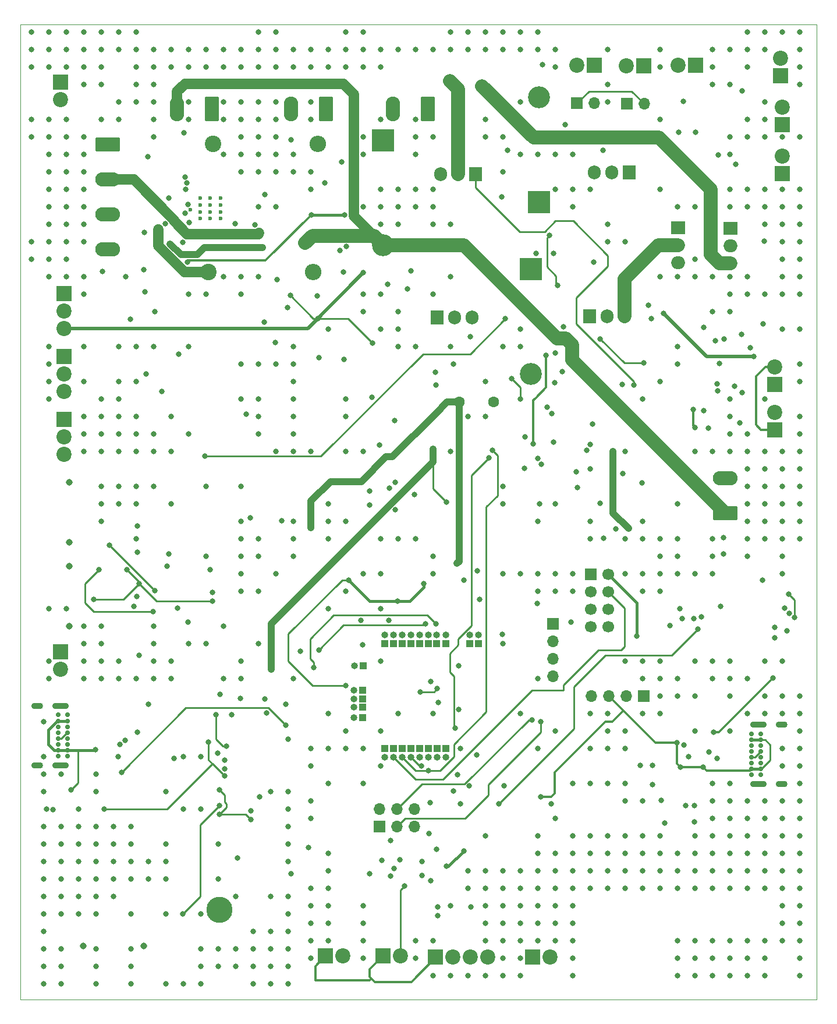
<source format=gbr>
%TF.GenerationSoftware,KiCad,Pcbnew,8.0.1*%
%TF.CreationDate,2024-08-10T17:13:53+02:00*%
%TF.ProjectId,Tracker,54726163-6b65-4722-9e6b-696361645f70,rev?*%
%TF.SameCoordinates,PX5aa5910PY998aa40*%
%TF.FileFunction,Copper,L3,Inr*%
%TF.FilePolarity,Positive*%
%FSLAX46Y46*%
G04 Gerber Fmt 4.6, Leading zero omitted, Abs format (unit mm)*
G04 Created by KiCad (PCBNEW 8.0.1) date 2024-08-10 17:13:53*
%MOMM*%
%LPD*%
G01*
G04 APERTURE LIST*
G04 Aperture macros list*
%AMRoundRect*
0 Rectangle with rounded corners*
0 $1 Rounding radius*
0 $2 $3 $4 $5 $6 $7 $8 $9 X,Y pos of 4 corners*
0 Add a 4 corners polygon primitive as box body*
4,1,4,$2,$3,$4,$5,$6,$7,$8,$9,$2,$3,0*
0 Add four circle primitives for the rounded corners*
1,1,$1+$1,$2,$3*
1,1,$1+$1,$4,$5*
1,1,$1+$1,$6,$7*
1,1,$1+$1,$8,$9*
0 Add four rect primitives between the rounded corners*
20,1,$1+$1,$2,$3,$4,$5,0*
20,1,$1+$1,$4,$5,$6,$7,0*
20,1,$1+$1,$6,$7,$8,$9,0*
20,1,$1+$1,$8,$9,$2,$3,0*%
G04 Aperture macros list end*
%TA.AperFunction,ComponentPad*%
%ADD10R,2.200000X2.200000*%
%TD*%
%TA.AperFunction,ComponentPad*%
%ADD11C,2.200000*%
%TD*%
%TA.AperFunction,ComponentPad*%
%ADD12C,0.970000*%
%TD*%
%TA.AperFunction,ComponentPad*%
%ADD13R,1.000000X1.000000*%
%TD*%
%TA.AperFunction,ComponentPad*%
%ADD14O,1.000000X1.000000*%
%TD*%
%TA.AperFunction,ComponentPad*%
%ADD15RoundRect,0.249999X0.790001X1.550001X-0.790001X1.550001X-0.790001X-1.550001X0.790001X-1.550001X0*%
%TD*%
%TA.AperFunction,ComponentPad*%
%ADD16O,2.080000X3.600000*%
%TD*%
%TA.AperFunction,ComponentPad*%
%ADD17R,1.700000X1.700000*%
%TD*%
%TA.AperFunction,ComponentPad*%
%ADD18O,1.700000X1.700000*%
%TD*%
%TA.AperFunction,ComponentPad*%
%ADD19RoundRect,0.249999X1.550001X-0.790001X1.550001X0.790001X-1.550001X0.790001X-1.550001X-0.790001X0*%
%TD*%
%TA.AperFunction,ComponentPad*%
%ADD20O,3.600000X2.080000*%
%TD*%
%TA.AperFunction,ComponentPad*%
%ADD21R,3.200000X3.200000*%
%TD*%
%TA.AperFunction,ComponentPad*%
%ADD22O,3.200000X3.200000*%
%TD*%
%TA.AperFunction,ComponentPad*%
%ADD23C,0.600000*%
%TD*%
%TA.AperFunction,ComponentPad*%
%ADD24C,1.700000*%
%TD*%
%TA.AperFunction,ComponentPad*%
%ADD25C,1.600000*%
%TD*%
%TA.AperFunction,ComponentPad*%
%ADD26R,1.905000X2.000000*%
%TD*%
%TA.AperFunction,ComponentPad*%
%ADD27O,1.905000X2.000000*%
%TD*%
%TA.AperFunction,ComponentPad*%
%ADD28C,2.400000*%
%TD*%
%TA.AperFunction,ComponentPad*%
%ADD29O,2.400000X2.400000*%
%TD*%
%TA.AperFunction,ComponentPad*%
%ADD30R,2.000000X1.905000*%
%TD*%
%TA.AperFunction,ComponentPad*%
%ADD31O,2.000000X1.905000*%
%TD*%
%TA.AperFunction,ComponentPad*%
%ADD32C,0.700000*%
%TD*%
%TA.AperFunction,ComponentPad*%
%ADD33O,2.400000X0.900000*%
%TD*%
%TA.AperFunction,ComponentPad*%
%ADD34O,1.700000X0.900000*%
%TD*%
%TA.AperFunction,ComponentPad*%
%ADD35RoundRect,0.249999X-1.550001X0.790001X-1.550001X-0.790001X1.550001X-0.790001X1.550001X0.790001X0*%
%TD*%
%TA.AperFunction,ComponentPad*%
%ADD36C,3.800000*%
%TD*%
%TA.AperFunction,ViaPad*%
%ADD37C,0.800000*%
%TD*%
%TA.AperFunction,ViaPad*%
%ADD38C,0.600000*%
%TD*%
%TA.AperFunction,Conductor*%
%ADD39C,0.300000*%
%TD*%
%TA.AperFunction,Conductor*%
%ADD40C,0.250000*%
%TD*%
%TA.AperFunction,Conductor*%
%ADD41C,0.400000*%
%TD*%
%TA.AperFunction,Conductor*%
%ADD42C,0.330000*%
%TD*%
%TA.AperFunction,Conductor*%
%ADD43C,1.000000*%
%TD*%
%TA.AperFunction,Conductor*%
%ADD44C,2.000000*%
%TD*%
%TA.AperFunction,Conductor*%
%ADD45C,0.500000*%
%TD*%
%TA.AperFunction,Conductor*%
%ADD46C,1.500000*%
%TD*%
%TA.AperFunction,Profile*%
%ADD47C,0.100000*%
%TD*%
G04 APERTURE END LIST*
D10*
%TO.N,+VCC_Motor*%
%TO.C,J27*%
X98225000Y135725000D03*
D11*
%TO.N,Net-(J27-Pin_2)*%
X95685000Y135725000D03*
%TD*%
D12*
%TO.N,GND_Security*%
%TO.C,J20*%
X7090000Y75150000D03*
X7090000Y66390000D03*
%TD*%
D13*
%TO.N,Net-(JP10-A)*%
%TO.C,JP10*%
X55520000Y51695000D03*
D14*
%TO.N,/MCU/PB2-D10~*%
X55520000Y52965000D03*
%TD*%
D13*
%TO.N,Net-(JP23-A)*%
%TO.C,JP23*%
X61870000Y36455000D03*
D14*
%TO.N,/WIND_INTERRUPT*%
X61870000Y35185000D03*
%TD*%
D13*
%TO.N,Net-(JP19-A)*%
%TO.C,JP19*%
X56790000Y36455000D03*
D14*
%TO.N,/Anemometer/SCL*%
X56790000Y35185000D03*
%TD*%
D15*
%TO.N,GND*%
%TO.C,J26*%
X27865000Y129422500D03*
D16*
%TO.N,+24V*%
X22785000Y129422500D03*
%TD*%
D17*
%TO.N,/MCU/PD3-D3-(INT1)~*%
%TO.C,J4*%
X77416000Y54574000D03*
D18*
%TO.N,/MCU/PD5-D5~*%
X77416000Y52034000D03*
%TO.N,/MCU/PD4-D4*%
X77416000Y49494000D03*
%TO.N,GND*%
X77416000Y46954000D03*
%TD*%
D19*
%TO.N,+24V*%
%TO.C,J6*%
X102522500Y70660000D03*
D20*
%TO.N,GND*%
X102522500Y75740000D03*
%TD*%
D10*
%TO.N,+5V*%
%TO.C,J21*%
X44360000Y6275000D03*
D11*
%TO.N,/MCU/PC1-A1*%
X46900000Y6275000D03*
%TD*%
D13*
%TO.N,Net-(JP9-A)*%
%TO.C,JP9*%
X56790000Y51695000D03*
D14*
%TO.N,/MCU/PB1-D9~*%
X56790000Y52965000D03*
%TD*%
D21*
%TO.N,Net-(D6-K)*%
%TO.C,D6*%
X52760000Y124857500D03*
D22*
%TO.N,+24V*%
X52760000Y109617500D03*
%TD*%
D13*
%TO.N,Net-(JP28-A)*%
%TO.C,JP28*%
X61895400Y51695000D03*
D14*
%TO.N,/MCU/PD5-D5~*%
X61895400Y52965000D03*
%TD*%
D23*
%TO.N,N/C*%
%TO.C,IC1*%
X26111500Y116442000D03*
X26111500Y115442000D03*
X26111500Y114442000D03*
X26111500Y113442000D03*
X27611500Y116442000D03*
X27611500Y115442000D03*
X27611500Y114442000D03*
X27611500Y113442000D03*
X29111500Y116442000D03*
X29111500Y115442000D03*
X29111500Y114442000D03*
X29111500Y113442000D03*
%TD*%
D17*
%TO.N,GND*%
%TO.C,U14*%
X82960000Y61740000D03*
D24*
%TO.N,+3.3V*%
X85500000Y61740000D03*
%TO.N,/MCU/A6*%
X82960000Y59200000D03*
%TO.N,/MCU/PC3-A3*%
X85500000Y59200000D03*
%TO.N,/MCU/CLK*%
X82960000Y56660000D03*
%TO.N,/MCU/MOSI*%
X85500000Y56660000D03*
%TO.N,/MCU/MISO*%
X82960000Y54120000D03*
%TO.N,unconnected-(U14-IRQ-Pad8)*%
X85500000Y54120000D03*
%TD*%
D13*
%TO.N,Net-(JP18-A)*%
%TO.C,JP18*%
X55520000Y36455000D03*
D14*
%TO.N,/Anemometer/SDA*%
X55520000Y35185000D03*
%TD*%
D25*
%TO.N,+VCap*%
%TO.C,C19*%
X63775000Y86800000D03*
%TO.N,GND*%
X68775000Y86800000D03*
%TD*%
D26*
%TO.N,Net-(Q3-D)*%
%TO.C,Q5*%
X66165000Y119932500D03*
D27*
%TO.N,Net-(D11-K)*%
X63625000Y119932500D03*
%TO.N,GND*%
X61085000Y119932500D03*
%TD*%
D10*
%TO.N,+5V_Security*%
%TO.C,J36*%
X109674000Y82768000D03*
D11*
%TO.N,Net-(D32-A)*%
X109674000Y85308000D03*
%TD*%
D13*
%TO.N,Net-(JP1-A)*%
%TO.C,JP1*%
X49730000Y44922000D03*
D14*
%TO.N,/MCU/A6*%
X48460000Y44922000D03*
%TD*%
D13*
%TO.N,Net-(JP27-A)*%
%TO.C,JP27*%
X60498400Y51695000D03*
D14*
%TO.N,/GNSS_RX*%
X60498400Y52965000D03*
%TD*%
D28*
%TO.N,/Stepper/SENSE_A*%
%TO.C,R80*%
X27975000Y124275000D03*
D29*
%TO.N,GND*%
X43215000Y124275000D03*
%TD*%
D17*
%TO.N,Net-(J23-Pin_1)*%
%TO.C,JP8*%
X80885000Y130200000D03*
D18*
%TO.N,/Motors/ENABLED*%
X83425000Y130200000D03*
%TD*%
D13*
%TO.N,Net-(JP3-A)*%
%TO.C,JP3*%
X49730000Y43652000D03*
D14*
%TO.N,/MCU/A7*%
X48460000Y43652000D03*
%TD*%
D10*
%TO.N,Net-(J35-Pin_1)*%
%TO.C,J35*%
X109674000Y89372000D03*
D11*
%TO.N,+5V_Security*%
X109674000Y91912000D03*
%TD*%
D13*
%TO.N,Net-(JP14-A)*%
%TO.C,JP14*%
X49728800Y42424000D03*
D14*
%TO.N,/MCU/PC0-A0*%
X48458800Y42424000D03*
%TD*%
D10*
%TO.N,Net-(J23-Pin_1)*%
%TO.C,J23*%
X90675000Y135675000D03*
D11*
%TO.N,Net-(J23-Pin_2)*%
X88135000Y135675000D03*
%TD*%
D12*
%TO.N,GND_Security*%
%TO.C,J2*%
X7130000Y62950000D03*
X7130000Y54190000D03*
%TD*%
D13*
%TO.N,Net-(JP22-A)*%
%TO.C,JP22*%
X60600000Y36455000D03*
D14*
%TO.N,/MCU/RX*%
X60600000Y35185000D03*
%TD*%
D13*
%TO.N,Net-(JP20-A)*%
%TO.C,JP20*%
X58060000Y36455000D03*
D14*
%TO.N,/DTR*%
X58060000Y35185000D03*
%TD*%
D13*
%TO.N,Net-(JP2-A)*%
%TO.C,JP2*%
X58060000Y51695000D03*
D14*
%TO.N,/MCU/PB0*%
X58060000Y52965000D03*
%TD*%
D17*
%TO.N,/Anemometer/SDA*%
%TO.C,J8*%
X52210000Y25110000D03*
D18*
X52210000Y27650000D03*
%TO.N,/OLED/B*%
X54750000Y25110000D03*
%TO.N,/OLED/A*%
X54750000Y27650000D03*
%TO.N,/Anemometer/SCL*%
X57290000Y25110000D03*
X57290000Y27650000D03*
%TD*%
D13*
%TO.N,Net-(JP24-A)*%
%TO.C,JP24*%
X66620000Y51665000D03*
D14*
%TO.N,/MCU/PD3-D3-(INT1)~*%
X66620000Y52935000D03*
%TD*%
D26*
%TO.N,Net-(Q6-G)*%
%TO.C,Q6*%
X82800000Y99220000D03*
D27*
%TO.N,Net-(D14-A)*%
X85340000Y99220000D03*
%TO.N,+VCC_Motor*%
X87880000Y99220000D03*
%TD*%
D10*
%TO.N,+5V*%
%TO.C,J19*%
X52700000Y6315000D03*
D11*
%TO.N,/MCU/PC2-A2*%
X55240000Y6315000D03*
%TD*%
D13*
%TO.N,Net-(JP11-A)*%
%TO.C,JP11*%
X54250000Y51695000D03*
D14*
%TO.N,/MCU/MOSI*%
X54250000Y52965000D03*
%TD*%
D10*
%TO.N,+5V*%
%TO.C,J18*%
X60340000Y6135000D03*
D11*
%TO.N,/Anemometer/SDA*%
X62880000Y6135000D03*
%TO.N,/Anemometer/SCL*%
X65420000Y6135000D03*
%TO.N,GND*%
X67960000Y6135000D03*
%TD*%
D10*
%TO.N,/Motors/ENABLED*%
%TO.C,J25*%
X83470000Y135720000D03*
D11*
%TO.N,Net-(J23-Pin_1)*%
X80930000Y135720000D03*
%TD*%
D28*
%TO.N,/Stepper/SENSE_B*%
%TO.C,R79*%
X27305000Y105700000D03*
D29*
%TO.N,GND*%
X42545000Y105700000D03*
%TD*%
D10*
%TO.N,Net-(J29-Pin_1)*%
%TO.C,J29*%
X110775000Y127092000D03*
D11*
%TO.N,/Motors/IN_A*%
X110775000Y129632000D03*
%TD*%
D15*
%TO.N,Net-(D9-A)*%
%TO.C,J33*%
X59240000Y129397500D03*
D16*
%TO.N,Net-(D6-K)*%
X54160000Y129397500D03*
%TD*%
D10*
%TO.N,/Stepper/STEP_CW*%
%TO.C,J32*%
X6296000Y93436000D03*
D11*
%TO.N,/Stepper/STEP_ENABLE*%
X6296000Y90896000D03*
%TO.N,/Stepper/STEP_PULSE*%
X6296000Y88356000D03*
%TD*%
D13*
%TO.N,Net-(JP12-A)*%
%TO.C,JP12*%
X52980000Y51695000D03*
D14*
%TO.N,/MCU/MISO*%
X52980000Y52965000D03*
%TD*%
D13*
%TO.N,Net-(JP25-A)*%
%TO.C,JP25*%
X65350000Y51665000D03*
D14*
%TO.N,/MCU/PD4-D4*%
X65350000Y52935000D03*
%TD*%
D30*
%TO.N,Net-(Q2-G)*%
%TO.C,Q2*%
X103270000Y112040000D03*
D31*
%TO.N,+VCC_Motor*%
X103270000Y109500000D03*
%TO.N,Net-(D9-A)*%
X103270000Y106960000D03*
%TD*%
D15*
%TO.N,Net-(D11-K)*%
%TO.C,J7*%
X44455000Y129375000D03*
D16*
%TO.N,Net-(D14-A)*%
X39375000Y129375000D03*
%TD*%
D21*
%TO.N,Net-(D14-A)*%
%TO.C,D15*%
X74270000Y106120000D03*
D22*
%TO.N,GND*%
X74270000Y90880000D03*
%TD*%
D32*
%TO.N,GND*%
%TO.C,J3*%
X106350000Y32590000D03*
%TO.N,+5V*%
X106350000Y33440000D03*
%TO.N,unconnected-(J3-CC1-PadA5)*%
X106350000Y34290000D03*
%TO.N,Net-(J3-D+-PadA6)*%
X106350000Y35140000D03*
%TO.N,Net-(J3-D--PadA7)*%
X106350000Y35990000D03*
%TO.N,unconnected-(J3-SBU1-PadA8)*%
X106350000Y36840000D03*
%TO.N,+5V*%
X106350000Y37690000D03*
%TO.N,GND*%
X106350000Y38540000D03*
X107700000Y38540000D03*
%TO.N,+5V*%
X107700000Y37690000D03*
%TO.N,unconnected-(J3-CC2-PadB5)*%
X107700000Y36840000D03*
%TO.N,Net-(J3-D+-PadA6)*%
X107700000Y35990000D03*
%TO.N,Net-(J3-D--PadA7)*%
X107700000Y35140000D03*
%TO.N,unconnected-(J3-SBU2-PadB8)*%
X107700000Y34290000D03*
%TO.N,+5V*%
X107700000Y33440000D03*
%TO.N,GND*%
X107700000Y32590000D03*
D33*
X107330000Y31240000D03*
D34*
X110710000Y31240000D03*
D33*
X107330000Y39890000D03*
D34*
X110710000Y39890000D03*
%TD*%
D13*
%TO.N,Net-(JP21-A)*%
%TO.C,JP21*%
X59330000Y36455000D03*
D14*
%TO.N,/MCU/TX*%
X59330000Y35185000D03*
%TD*%
D32*
%TO.N,GND_GNSS*%
%TO.C,J5*%
X6825000Y41300000D03*
%TO.N,/GNSS/VBus*%
X6825000Y40450000D03*
%TO.N,unconnected-(J5-CC1-PadA5)*%
X6825000Y39600000D03*
%TO.N,Net-(J5-D+-PadA6)*%
X6825000Y38750000D03*
%TO.N,Net-(J5-D--PadA7)*%
X6825000Y37900000D03*
%TO.N,unconnected-(J5-SBU1-PadA8)*%
X6825000Y37050000D03*
%TO.N,/GNSS/VBus*%
X6825000Y36200000D03*
%TO.N,GND_GNSS*%
X6825000Y35350000D03*
X5475000Y35350000D03*
%TO.N,/GNSS/VBus*%
X5475000Y36200000D03*
%TO.N,unconnected-(J5-CC2-PadB5)*%
X5475000Y37050000D03*
%TO.N,Net-(J5-D+-PadA6)*%
X5475000Y37900000D03*
%TO.N,Net-(J5-D--PadA7)*%
X5475000Y38750000D03*
%TO.N,unconnected-(J5-SBU2-PadB8)*%
X5475000Y39600000D03*
%TO.N,/GNSS/VBus*%
X5475000Y40450000D03*
%TO.N,GND_GNSS*%
X5475000Y41300000D03*
D33*
X5845000Y42650000D03*
D34*
X2465000Y42650000D03*
D33*
X5845000Y34000000D03*
D34*
X2465000Y34000000D03*
%TD*%
D26*
%TO.N,Net-(Q4-G)*%
%TO.C,Q4*%
X88510000Y120180000D03*
D27*
%TO.N,Net-(D11-K)*%
X85970000Y120180000D03*
%TO.N,+VCC_Motor*%
X83430000Y120180000D03*
%TD*%
D30*
%TO.N,Net-(D11-K)*%
%TO.C,D13*%
X95690000Y112150000D03*
D31*
%TO.N,+VCC_Motor*%
X95690000Y109610000D03*
%TO.N,Net-(D14-A)*%
X95690000Y107070000D03*
%TD*%
D10*
%TO.N,Net-(J1-Pin_1)*%
%TO.C,J1*%
X5780000Y50480000D03*
D11*
%TO.N,GND_Security*%
X5780000Y47940000D03*
%TD*%
D13*
%TO.N,Net-(JP13-A)*%
%TO.C,JP13*%
X49875000Y48425000D03*
D14*
%TO.N,/MCU/CLK*%
X48605000Y48425000D03*
%TD*%
D13*
%TO.N,Net-(JP26-A)*%
%TO.C,JP26*%
X59330000Y51695000D03*
D14*
%TO.N,/GNSS_TX*%
X59330000Y52965000D03*
%TD*%
D10*
%TO.N,GND*%
%TO.C,J22*%
X5788000Y133314000D03*
D11*
%TO.N,Net-(J22-Pin_2)*%
X5788000Y130774000D03*
%TD*%
D10*
%TO.N,GND*%
%TO.C,J11*%
X74500000Y6110000D03*
D11*
%TO.N,/DTR*%
X77040000Y6110000D03*
%TD*%
D17*
%TO.N,/OLED/A*%
%TO.C,J9*%
X90640000Y44050000D03*
D18*
%TO.N,/OLED/B*%
X88100000Y44050000D03*
%TO.N,+5V*%
X85560000Y44050000D03*
%TO.N,GND*%
X83020000Y44050000D03*
%TD*%
D21*
%TO.N,Net-(D11-K)*%
%TO.C,D11*%
X75420000Y115810000D03*
D22*
%TO.N,GND*%
X75420000Y131050000D03*
%TD*%
D10*
%TO.N,/Motors/IN_B*%
%TO.C,J30*%
X110521000Y134204000D03*
D11*
%TO.N,Net-(J30-Pin_2)*%
X110521000Y136744000D03*
%TD*%
D17*
%TO.N,Net-(J23-Pin_2)*%
%TO.C,JP29*%
X88185000Y130125000D03*
D18*
%TO.N,Net-(J23-Pin_1)*%
X90725000Y130125000D03*
%TD*%
D10*
%TO.N,+5V*%
%TO.C,J31*%
X6296000Y84292000D03*
D11*
X6296000Y81752000D03*
X6296000Y79212000D03*
%TD*%
D26*
%TO.N,Net-(Q7-G)*%
%TO.C,Q7*%
X60576800Y99090800D03*
D27*
%TO.N,Net-(D14-A)*%
X63116800Y99090800D03*
%TO.N,GND*%
X65656800Y99090800D03*
%TD*%
D13*
%TO.N,Net-(JP17-A)*%
%TO.C,JP17*%
X54250000Y36455000D03*
D14*
%TO.N,/MCU/PC3-A3*%
X54250000Y35185000D03*
%TD*%
D35*
%TO.N,Net-(IC1-OUT1A)*%
%TO.C,J16*%
X12646000Y124200000D03*
D20*
%TO.N,Net-(IC1-OUT2A)*%
X12646000Y119120000D03*
%TO.N,Net-(IC1-OUT1B)*%
X12646000Y114040000D03*
%TO.N,Net-(IC1-OUT2B)*%
X12646000Y108960000D03*
%TD*%
D10*
%TO.N,GND*%
%TO.C,J12*%
X6296000Y102580000D03*
D11*
%TO.N,Net-(J12-Pin_2)*%
X6296000Y100040000D03*
%TO.N,+VCC_Motor*%
X6296000Y97500000D03*
%TD*%
D13*
%TO.N,Net-(JP15-A)*%
%TO.C,JP15*%
X49730000Y40900000D03*
D14*
%TO.N,/MCU/PC1-A1*%
X48460000Y40900000D03*
%TD*%
D10*
%TO.N,/Motors/ENABLED*%
%TO.C,J28*%
X110775000Y119980000D03*
D11*
%TO.N,Net-(J28-Pin_2)*%
X110775000Y122520000D03*
%TD*%
D13*
%TO.N,Net-(JP16-A)*%
%TO.C,JP16*%
X52980000Y36455000D03*
D14*
%TO.N,/MCU/PC2-A2*%
X52980000Y35185000D03*
%TD*%
D12*
%TO.N,GND_GNSS*%
%TO.C,J10*%
X9150000Y7750000D03*
X17910000Y7750000D03*
%TD*%
D36*
%TO.N,Net-(AE1-A)*%
%TO.C,AE1*%
X28950000Y12950000D03*
%TD*%
D37*
%TO.N,GND_GNSS*%
X38960000Y2220000D03*
X38960000Y4760000D03*
X38960000Y7300000D03*
X38960000Y9840000D03*
X38960000Y12380000D03*
X38960000Y14920000D03*
X38960000Y20000000D03*
X38960000Y22540000D03*
X38960000Y25080000D03*
X38960000Y27620000D03*
X38960000Y30160000D03*
X38960000Y37780000D03*
X36420000Y2220000D03*
X36420000Y4760000D03*
X36420000Y7300000D03*
X36420000Y9840000D03*
X36420000Y14920000D03*
X36420000Y30160000D03*
X33880000Y2220000D03*
X33880000Y4760000D03*
X33880000Y7300000D03*
X33880000Y9840000D03*
X31340000Y4760000D03*
X31340000Y7300000D03*
X31340000Y14920000D03*
X28800000Y4760000D03*
X28800000Y7300000D03*
X28800000Y17460000D03*
X28800000Y22540000D03*
X26260000Y2220000D03*
X26260000Y4760000D03*
X26260000Y7300000D03*
X26260000Y12380000D03*
X26260000Y27620000D03*
X26260000Y35240000D03*
X23720000Y2220000D03*
X23720000Y27620000D03*
X23720000Y35240000D03*
X21180000Y2220000D03*
X21180000Y12380000D03*
X21180000Y17460000D03*
X21180000Y20000000D03*
X21180000Y22540000D03*
X21180000Y30160000D03*
X18640000Y17460000D03*
X18640000Y20000000D03*
X18640000Y42860000D03*
X16100000Y2220000D03*
X16100000Y4760000D03*
X16100000Y7300000D03*
X16100000Y12380000D03*
X16100000Y17460000D03*
X16100000Y20000000D03*
X16100000Y22540000D03*
X16100000Y25080000D03*
X13560000Y14920000D03*
X13560000Y17460000D03*
X13560000Y20000000D03*
X13560000Y22540000D03*
X13560000Y25080000D03*
X11020000Y2220000D03*
X11020000Y4760000D03*
X11020000Y7300000D03*
X11020000Y12380000D03*
X11020000Y14920000D03*
X11020000Y17460000D03*
X11020000Y20000000D03*
X11020000Y22540000D03*
X11020000Y25080000D03*
X11020000Y30160000D03*
X11020000Y32700000D03*
X8480000Y12380000D03*
X8480000Y14920000D03*
X8480000Y17460000D03*
X8480000Y20000000D03*
X8480000Y22540000D03*
X8480000Y25080000D03*
X8480000Y27620000D03*
X5940000Y2220000D03*
X5940000Y4760000D03*
X5940000Y7300000D03*
X5940000Y12380000D03*
X5940000Y14920000D03*
X5940000Y17460000D03*
X5940000Y20000000D03*
X5940000Y22540000D03*
X5940000Y25080000D03*
X5940000Y32700000D03*
X3400000Y2220000D03*
X3400000Y4760000D03*
X3400000Y7300000D03*
X3400000Y9840000D03*
X3400000Y12380000D03*
X3400000Y14920000D03*
X3400000Y17460000D03*
X3400000Y20000000D03*
X3400000Y22540000D03*
X3400000Y25080000D03*
X3400000Y30160000D03*
X3400000Y32700000D03*
X3400000Y35240000D03*
X3400000Y40320000D03*
%TO.N,+5V*%
X47280000Y45580000D03*
X99260000Y33746000D03*
X58366000Y17998000D03*
X77510000Y108390000D03*
X95958000Y33746000D03*
X73321520Y77112399D03*
X50746000Y18252000D03*
X47698000Y60924000D03*
X61939586Y19327087D03*
X60627806Y45146958D03*
X74580000Y80730000D03*
X58112000Y44668000D03*
X64462000Y21554000D03*
X54810000Y57876000D03*
X76460000Y93570000D03*
X42325000Y114025000D03*
X15300000Y105025000D03*
X95450000Y37302000D03*
X79000000Y97740000D03*
X83410000Y107120000D03*
X11950000Y105775000D03*
X58620000Y60416000D03*
X24249573Y107143598D03*
X47110000Y114010000D03*
X75638000Y29428000D03*
X62938000Y30227000D03*
X63997702Y36462298D03*
X57290000Y73380000D03*
X66380000Y35530000D03*
%TO.N,GND*%
X14280000Y130430000D03*
X11740000Y135510000D03*
X110800000Y102490000D03*
X95560000Y72010000D03*
X9200000Y122810000D03*
X67620000Y138050000D03*
X85400000Y31370000D03*
X9200000Y79630000D03*
X6660000Y117730000D03*
X42220000Y13590000D03*
X42220000Y16130000D03*
X90480000Y46610000D03*
X105720000Y127890000D03*
X9200000Y94870000D03*
X34600000Y66930000D03*
X82860000Y23750000D03*
X113340000Y36450000D03*
X98100000Y16130000D03*
X9200000Y112650000D03*
X90480000Y28830000D03*
X105720000Y117730000D03*
X65080000Y140590000D03*
X39680000Y66930000D03*
X67620000Y18670000D03*
X67620000Y13590000D03*
X67620000Y11050000D03*
X105720000Y66930000D03*
X21900000Y79630000D03*
X93020000Y44070000D03*
X4120000Y125350000D03*
X16820000Y79630000D03*
X103180000Y122810000D03*
X113340000Y110110000D03*
X93020000Y46610000D03*
X87940000Y110110000D03*
X4120000Y92330000D03*
X98120000Y83110000D03*
X6660000Y127890000D03*
X44760000Y11050000D03*
X32060000Y61850000D03*
X77780000Y61850000D03*
X72700000Y138050000D03*
X1580000Y135510000D03*
X47300000Y138050000D03*
X72700000Y122810000D03*
X80320000Y31370000D03*
X47300000Y87250000D03*
X6660000Y138050000D03*
X93020000Y64390000D03*
X93020000Y138050000D03*
X108260000Y5970000D03*
X52380000Y33910000D03*
X105720000Y140590000D03*
X110800000Y117730000D03*
X65080000Y16130000D03*
X4120000Y94870000D03*
X113340000Y89790000D03*
X37140000Y135510000D03*
X14280000Y87250000D03*
X4120000Y105030000D03*
X4120000Y122810000D03*
X79220000Y127120000D03*
X34600000Y122810000D03*
X52380000Y49150000D03*
X11740000Y140590000D03*
X67620000Y3430000D03*
X113340000Y74550000D03*
X62540000Y138050000D03*
X103180000Y38990000D03*
X105720000Y18670000D03*
X9200000Y125350000D03*
X57460000Y122810000D03*
X113340000Y102490000D03*
X103180000Y82170000D03*
X103180000Y23750000D03*
X110800000Y107570000D03*
X24440000Y135510000D03*
X54920000Y94870000D03*
X72700000Y5970000D03*
X67620000Y140590000D03*
X87940000Y18670000D03*
X54920000Y99950000D03*
X108260000Y28830000D03*
X37140000Y61850000D03*
X60000000Y61850000D03*
X93020000Y117730000D03*
X34600000Y92330000D03*
X54920000Y115190000D03*
X16820000Y89790000D03*
X44760000Y36450000D03*
X4120000Y135510000D03*
X34600000Y59310000D03*
X72700000Y11050000D03*
X16820000Y140590000D03*
X72700000Y130430000D03*
X100640000Y3430000D03*
X90480000Y87250000D03*
X67620000Y125350000D03*
X108260000Y87250000D03*
X9200000Y82170000D03*
X80320000Y59310000D03*
X26980000Y138050000D03*
X93020000Y105030000D03*
X98100000Y38990000D03*
X103180000Y102490000D03*
X103180000Y3430000D03*
X11740000Y79630000D03*
X9200000Y115190000D03*
X34600000Y51690000D03*
X98100000Y79630000D03*
X55138958Y20250001D03*
X113340000Y5970000D03*
X103180000Y125350000D03*
X90480000Y59310000D03*
X42220000Y33910000D03*
X100640000Y18670000D03*
X85400000Y110110000D03*
X19360000Y94870000D03*
X47300000Y84710000D03*
X49840000Y36450000D03*
X98100000Y3430000D03*
X17925000Y106050000D03*
X75240000Y36450000D03*
X62540000Y140590000D03*
X100640000Y26290000D03*
X90480000Y61850000D03*
X90480000Y21210000D03*
X34600000Y115190000D03*
X9200000Y132970000D03*
X100640000Y23750000D03*
X6660000Y120270000D03*
X82860000Y41530000D03*
X105720000Y46610000D03*
X39680000Y122810000D03*
X95560000Y92330000D03*
X52380000Y127890000D03*
X102290000Y64680000D03*
X90480000Y41530000D03*
X34600000Y127890000D03*
X16820000Y82170000D03*
X110800000Y69470000D03*
X19360000Y130430000D03*
X9200000Y117730000D03*
X113340000Y23750000D03*
X70160000Y3430000D03*
X4120000Y140590000D03*
X70160000Y125350000D03*
X100640000Y64390000D03*
X113340000Y72010000D03*
X57460000Y138050000D03*
X110800000Y72010000D03*
X52380000Y138050000D03*
X57460000Y115190000D03*
X110800000Y112650000D03*
X54920000Y138050000D03*
X14280000Y89790000D03*
X39680000Y64390000D03*
X80320000Y3430000D03*
X93020000Y41530000D03*
X87940000Y61850000D03*
X42220000Y36450000D03*
X108260000Y140590000D03*
X110800000Y61850000D03*
X70160000Y5970000D03*
X103180000Y46610000D03*
X39680000Y82170000D03*
X95560000Y21210000D03*
X67620000Y89790000D03*
X60730323Y43131729D03*
X11740000Y138050000D03*
X32060000Y59310000D03*
X105720000Y79630000D03*
X70160000Y8510000D03*
X108260000Y16130000D03*
X70160000Y61850000D03*
X37140000Y92330000D03*
X93020000Y16130000D03*
X108260000Y127890000D03*
X80320000Y5970000D03*
X98100000Y8510000D03*
X67620000Y16130000D03*
X52380000Y38990000D03*
X24440000Y127890000D03*
X93020000Y59310000D03*
X62540000Y13590000D03*
X113340000Y18670000D03*
X95560000Y8510000D03*
X16820000Y94870000D03*
X98100000Y61850000D03*
X100640000Y105030000D03*
X95560000Y66930000D03*
X19360000Y127890000D03*
X42220000Y79630000D03*
X9200000Y102490000D03*
X9200000Y140590000D03*
X113340000Y135510000D03*
X75240000Y13590000D03*
X100640000Y5970000D03*
X87940000Y66930000D03*
X93020000Y21210000D03*
X4120000Y138050000D03*
X110800000Y115190000D03*
X14280000Y84710000D03*
X52380000Y112650000D03*
X60000000Y41530000D03*
X108260000Y23750000D03*
X80320000Y23750000D03*
X72700000Y94870000D03*
X113340000Y107570000D03*
X49840000Y125350000D03*
X108260000Y102490000D03*
X65080000Y18670000D03*
X85400000Y41530000D03*
X39680000Y87250000D03*
X105720000Y28830000D03*
X98100000Y23750000D03*
X39680000Y69470000D03*
X105720000Y72010000D03*
X82860000Y66930000D03*
X108260000Y41530000D03*
X110800000Y74550000D03*
X83240000Y83630000D03*
X113340000Y77090000D03*
X44760000Y13590000D03*
X47300000Y59310000D03*
X44760000Y66930000D03*
X110800000Y16130000D03*
X52380000Y135510000D03*
X110800000Y66930000D03*
X105720000Y16130000D03*
X54920000Y112650000D03*
X24440000Y102490000D03*
X80320000Y122810000D03*
X105720000Y3430000D03*
X16820000Y130430000D03*
X85400000Y16130000D03*
X37140000Y127890000D03*
X80320000Y115190000D03*
X103180000Y105030000D03*
X113340000Y41530000D03*
X98100000Y21210000D03*
X29520000Y130430000D03*
X95560000Y94870000D03*
X113340000Y8510000D03*
X93020000Y18670000D03*
X49840000Y31370000D03*
X110800000Y18670000D03*
X82860000Y117730000D03*
X110800000Y49150000D03*
X9200000Y120270000D03*
X49840000Y11050000D03*
X85400000Y112650000D03*
X47300000Y69470000D03*
X77780000Y21210000D03*
X1580000Y107570000D03*
X113340000Y97410000D03*
X113340000Y105030000D03*
X108260000Y125350000D03*
X52380000Y61850000D03*
X105720000Y23750000D03*
X95560000Y16130000D03*
X113340000Y82170000D03*
X77780000Y26290000D03*
X80320000Y18670000D03*
X110800000Y64390000D03*
X105720000Y102490000D03*
X19360000Y125350000D03*
X75240000Y61850000D03*
X67620000Y8510000D03*
X32060000Y87250000D03*
X52380000Y97410000D03*
X110800000Y33910000D03*
X11740000Y82170000D03*
X110800000Y36450000D03*
X105720000Y82170000D03*
X44760000Y72010000D03*
X103180000Y132970000D03*
X75240000Y122810000D03*
X11740000Y87250000D03*
X111452000Y53558000D03*
X113340000Y117730000D03*
X63530000Y32580000D03*
X82860000Y77090000D03*
X95560000Y46610000D03*
X105720000Y115190000D03*
X103180000Y26290000D03*
X26980000Y135510000D03*
X29520000Y135510000D03*
X37140000Y79630000D03*
X96720000Y28158000D03*
X90480000Y69470000D03*
X77780000Y11050000D03*
X37140000Y115190000D03*
X95560000Y5970000D03*
X4120000Y127890000D03*
X82870000Y80590000D03*
X87940000Y28830000D03*
X32060000Y105030000D03*
X67620000Y23750000D03*
X72700000Y140590000D03*
X32060000Y46610000D03*
X72700000Y61850000D03*
X75240000Y46610000D03*
X67620000Y127890000D03*
X85400000Y21210000D03*
X44760000Y18670000D03*
X6660000Y107570000D03*
X57460000Y8510000D03*
X82860000Y16130000D03*
X80320000Y16130000D03*
X87940000Y23750000D03*
X1580000Y138050000D03*
X39680000Y94870000D03*
X44760000Y41530000D03*
X44760000Y69470000D03*
X75240000Y59310000D03*
X6660000Y115190000D03*
X113340000Y132970000D03*
X52380000Y66930000D03*
X75240000Y11050000D03*
X80320000Y11050000D03*
X75240000Y16130000D03*
X108260000Y44070000D03*
X103180000Y87250000D03*
X103180000Y5970000D03*
X62540000Y3430000D03*
X100640000Y132970000D03*
X108260000Y79630000D03*
X108260000Y77090000D03*
X95560000Y3430000D03*
X109674000Y52542000D03*
X109674000Y54066000D03*
X75240000Y18670000D03*
X100640000Y8510000D03*
X34600000Y84710000D03*
X39680000Y120270000D03*
X100640000Y16130000D03*
X95560000Y18670000D03*
X57460000Y94870000D03*
X82860000Y21210000D03*
X105720000Y8510000D03*
X29520000Y127890000D03*
X100640000Y28830000D03*
X77780000Y138050000D03*
X103180000Y138050000D03*
X6660000Y140590000D03*
X108260000Y74550000D03*
X65080000Y3430000D03*
X16820000Y84710000D03*
X47300000Y140590000D03*
X4120000Y107570000D03*
X57460000Y117730000D03*
X98100000Y44070000D03*
X98100000Y115190000D03*
X85400000Y18670000D03*
X108260000Y69470000D03*
X42220000Y127890000D03*
X54920000Y41530000D03*
X32060000Y64390000D03*
X95560000Y105030000D03*
X9200000Y105030000D03*
X21900000Y138050000D03*
X44760000Y16130000D03*
X77780000Y122810000D03*
X70160000Y13590000D03*
X4120000Y87250000D03*
X4120000Y120270000D03*
X93020000Y66930000D03*
X108260000Y18670000D03*
X39680000Y79630000D03*
X85400000Y138050000D03*
X113340000Y21210000D03*
X75240000Y23750000D03*
X6660000Y112650000D03*
X32060000Y66930000D03*
X110800000Y21210000D03*
X85400000Y36450000D03*
X14280000Y127890000D03*
X94434000Y54320000D03*
X100640000Y49150000D03*
X110800000Y41530000D03*
X32060000Y74550000D03*
X105720000Y41530000D03*
X74990000Y108390000D03*
X105720000Y77090000D03*
X49840000Y61850000D03*
X34600000Y64390000D03*
X72700000Y18670000D03*
X52380000Y56770000D03*
X113340000Y140590000D03*
X70160000Y74550000D03*
X103180000Y18670000D03*
X110800000Y110110000D03*
X105720000Y74550000D03*
X90480000Y49150000D03*
X93020000Y127890000D03*
X57460000Y125350000D03*
X103180000Y84710000D03*
X72700000Y13590000D03*
X37140000Y125350000D03*
X39680000Y46610000D03*
X98100000Y18670000D03*
X14280000Y94870000D03*
X44760000Y8510000D03*
X52380000Y102490000D03*
X113340000Y38990000D03*
X16820000Y135510000D03*
X4120000Y89790000D03*
X47300000Y79630000D03*
X47300000Y135510000D03*
X110800000Y105030000D03*
X110800000Y28830000D03*
X100640000Y99950000D03*
X99350000Y97650000D03*
X80320000Y21210000D03*
X34600000Y125350000D03*
X65080000Y84710000D03*
X98100000Y5970000D03*
X113340000Y112650000D03*
X110800000Y77090000D03*
X103180000Y44070000D03*
X107975000Y98150000D03*
X6660000Y135510000D03*
X49840000Y79630000D03*
X70160000Y72010000D03*
X105720000Y135510000D03*
X110800000Y44070000D03*
X90480000Y16130000D03*
X70160000Y16130000D03*
X110800000Y23750000D03*
X32060000Y138050000D03*
X42220000Y11050000D03*
X49840000Y13590000D03*
X44760000Y21210000D03*
X32060000Y127890000D03*
X105720000Y21210000D03*
X75240000Y138050000D03*
X16820000Y138050000D03*
X37140000Y120270000D03*
X32060000Y122810000D03*
X113340000Y69470000D03*
X103180000Y21210000D03*
X34600000Y138050000D03*
X60000000Y112650000D03*
X77780000Y135510000D03*
X42220000Y117730000D03*
X1580000Y110110000D03*
X60000000Y64390000D03*
X77780000Y72010000D03*
X105720000Y69470000D03*
X108260000Y49150000D03*
X60000000Y3430000D03*
X82860000Y36450000D03*
X47300000Y36450000D03*
X44760000Y135510000D03*
X34600000Y120270000D03*
X103180000Y99950000D03*
X37140000Y140590000D03*
X108260000Y115190000D03*
X99076372Y55585923D03*
X42220000Y120270000D03*
X87940000Y21210000D03*
X100640000Y21210000D03*
X9200000Y135510000D03*
X62540000Y79630000D03*
X113340000Y28830000D03*
X32060000Y130430000D03*
X72700000Y8510000D03*
X103180000Y8510000D03*
X113340000Y13590000D03*
X6660000Y110110000D03*
X29520000Y105030000D03*
X42220000Y5970000D03*
X98100000Y107570000D03*
X49840000Y5970000D03*
X32060000Y92330000D03*
X29520000Y138050000D03*
X108260000Y8510000D03*
X37140000Y138050000D03*
X6660000Y122810000D03*
X108260000Y72010000D03*
X54920000Y66930000D03*
X60000000Y117730000D03*
X95560000Y115190000D03*
X14280000Y82170000D03*
X82860000Y31370000D03*
X11740000Y127890000D03*
X42220000Y26290000D03*
X77780000Y8510000D03*
X95560000Y64390000D03*
X113340000Y33910000D03*
X44760000Y56770000D03*
X113340000Y92330000D03*
X110800000Y97410000D03*
X80320000Y61850000D03*
X54920000Y97410000D03*
X42220000Y130430000D03*
X70160000Y51690000D03*
X77780000Y16130000D03*
X103180000Y28830000D03*
X77780000Y59310000D03*
X110800000Y140590000D03*
X9200000Y89790000D03*
X65080000Y138050000D03*
X70160000Y94870000D03*
X108260000Y21210000D03*
X4120000Y117730000D03*
X95560000Y44070000D03*
X105720000Y105030000D03*
X102290000Y67090000D03*
X77780000Y117730000D03*
X80320000Y13590000D03*
X26980000Y102490000D03*
X110800000Y79630000D03*
X19360000Y82170000D03*
X97990000Y25740998D03*
X32060000Y125350000D03*
X82860000Y18670000D03*
X93020000Y49150000D03*
X85400000Y23750000D03*
X75240000Y8510000D03*
X44760000Y31370000D03*
X57460000Y66930000D03*
X105720000Y138050000D03*
X16820000Y132970000D03*
X1580000Y127890000D03*
X77780000Y18670000D03*
X42220000Y8510000D03*
X100640000Y79630000D03*
X80320000Y117730000D03*
X70160000Y18670000D03*
X75240000Y140590000D03*
X110800000Y11050000D03*
X52380000Y117730000D03*
X100640000Y61850000D03*
X70160000Y120270000D03*
X44760000Y138050000D03*
X103180000Y79630000D03*
X47300000Y38990000D03*
X60000000Y125350000D03*
X98100000Y49150000D03*
X49840000Y140590000D03*
X87940000Y31370000D03*
X32060000Y102490000D03*
X100640000Y135510000D03*
X100640000Y31370000D03*
X60000000Y8510000D03*
X97890000Y85710000D03*
X108260000Y66930000D03*
X103180000Y115190000D03*
X57460000Y127890000D03*
X85400000Y130430000D03*
X1580000Y125350000D03*
X70160000Y138050000D03*
X96530000Y36960000D03*
X108260000Y138050000D03*
X101375000Y88425000D03*
X62540000Y105030000D03*
X110800000Y8510000D03*
X85400000Y132970000D03*
X24440000Y82170000D03*
X85400000Y38990000D03*
X4120000Y112650000D03*
X6660000Y125350000D03*
X87940000Y38990000D03*
X21900000Y135510000D03*
X49840000Y138050000D03*
X93020000Y23750000D03*
X103180000Y16130000D03*
X4120000Y115190000D03*
X72700000Y97410000D03*
X49840000Y8510000D03*
X108260000Y26290000D03*
X24440000Y138050000D03*
X105720000Y26290000D03*
X39680000Y135510000D03*
X93020000Y89790000D03*
X37140000Y130430000D03*
X29520000Y122810000D03*
X90480000Y66930000D03*
X96212000Y55336000D03*
X103180000Y31370000D03*
X108260000Y112650000D03*
X34600000Y135510000D03*
X31234470Y112714786D03*
X6660000Y105030000D03*
X54920000Y117730000D03*
X21900000Y84710000D03*
X67620000Y84710000D03*
X70160000Y11050000D03*
X32060000Y120270000D03*
X77780000Y13590000D03*
X62540000Y112650000D03*
X9200000Y84710000D03*
X34600000Y140590000D03*
X93020000Y135510000D03*
X9200000Y110110000D03*
X60000000Y115190000D03*
X39680000Y138050000D03*
X113340000Y26290000D03*
X19360000Y79630000D03*
X103180000Y117730000D03*
X4120000Y110110000D03*
X14280000Y138050000D03*
X113340000Y44070000D03*
X19360000Y138050000D03*
X37140000Y122810000D03*
X39680000Y92330000D03*
X113340000Y115190000D03*
X100640000Y138050000D03*
X52380000Y115190000D03*
X113340000Y31370000D03*
X95560000Y61850000D03*
X11740000Y132970000D03*
X75240000Y21210000D03*
X34600000Y87250000D03*
X39680000Y89790000D03*
X113340000Y3430000D03*
X60000000Y102490000D03*
X54490037Y75084963D03*
X49840000Y122810000D03*
X34600000Y130430000D03*
X32060000Y49150000D03*
X103180000Y49150000D03*
X93020000Y61850000D03*
X70160000Y140590000D03*
X72700000Y3430000D03*
X32060000Y69470000D03*
X98100000Y105030000D03*
X49840000Y135510000D03*
X42220000Y28830000D03*
X60000000Y138050000D03*
X90480000Y23750000D03*
X62540000Y94870000D03*
X34600000Y82170000D03*
X24440000Y130430000D03*
X49840000Y115190000D03*
X14280000Y79630000D03*
X39680000Y84710000D03*
X72700000Y16130000D03*
X82860000Y69470000D03*
X75240000Y69470000D03*
X77780000Y38990000D03*
X113340000Y79630000D03*
X110800000Y125350000D03*
X113340000Y66930000D03*
X24440000Y94870000D03*
X1580000Y140590000D03*
X21580000Y116470000D03*
X108260000Y3430000D03*
X105720000Y125350000D03*
X49840000Y99950000D03*
X57460000Y5970000D03*
X110800000Y26290000D03*
X100640000Y46610000D03*
X105720000Y5970000D03*
X110800000Y13590000D03*
X87940000Y49150000D03*
X72700000Y41530000D03*
X42220000Y135510000D03*
X105720000Y64390000D03*
X19360000Y132970000D03*
X19360000Y135510000D03*
X80320000Y8510000D03*
X9200000Y138050000D03*
X44760000Y97410000D03*
X11740000Y84710000D03*
X87940000Y16130000D03*
X113340000Y11050000D03*
X113340000Y84710000D03*
X32060000Y135510000D03*
X97184601Y35245146D03*
X34600000Y105030000D03*
X113340000Y16130000D03*
X108260000Y130430000D03*
X113340000Y125350000D03*
X42220000Y138050000D03*
X108260000Y117730000D03*
X113340000Y138050000D03*
X87940000Y36450000D03*
X87940000Y79630000D03*
X100640000Y66930000D03*
X90480000Y18670000D03*
X14280000Y140590000D03*
X49840000Y102490000D03*
%TO.N,+3.3V*%
X84274000Y72100000D03*
X109420000Y46700000D03*
X80972000Y74386000D03*
X36450000Y47930000D03*
X80850000Y76610000D03*
X60010000Y79920000D03*
X100784000Y38826000D03*
X89608000Y52796000D03*
X84782000Y67020000D03*
X112603445Y55478275D03*
X73340000Y81720000D03*
X111706000Y58892000D03*
X61910000Y72270000D03*
%TO.N,+VCap*%
X63480000Y63330000D03*
X60330000Y85060000D03*
X42190000Y68560000D03*
X59550000Y28525000D03*
X53825000Y17875000D03*
%TO.N,Net-(D16-K)*%
X88438508Y68436492D03*
X86200000Y79650000D03*
%TO.N,Net-(U2A-RCext)*%
X27886000Y59146000D03*
%TO.N,Net-(J20-In)*%
X19504000Y59400000D03*
X12900000Y66004000D03*
%TO.N,/MCU/PD4-D4*%
X64462000Y60924000D03*
X66748000Y58130000D03*
%TO.N,/MCU/PD3-D3-(INT1)~*%
X66475000Y62275000D03*
X70050000Y53050000D03*
%TO.N,/MCU/MOSI*%
X95863966Y56709339D03*
X49476000Y55082000D03*
X53540000Y55082000D03*
%TO.N,/MCU/CLK*%
X49730000Y51526000D03*
%TO.N,/MCU/MISO*%
X75150000Y57500000D03*
%TO.N,GND_GNSS*%
X33474000Y27396000D03*
X34744000Y29428000D03*
X14413500Y37037500D03*
X3756000Y27650000D03*
X4754535Y27549999D03*
%TO.N,+3.3V_GNSS*%
X35760000Y41620000D03*
X22298000Y35016000D03*
X35506000Y43652000D03*
%TO.N,/Motors/IN_A*%
X52225000Y80525000D03*
X70812000Y123408000D03*
%TO.N,/Motors/IN_B*%
X62950000Y92275000D03*
X77760000Y93920000D03*
X60350000Y91090000D03*
X78830331Y91169669D03*
%TO.N,/OLED/A*%
X74368000Y40604000D03*
%TO.N,/OLED/B*%
X75638000Y40350000D03*
%TO.N,Net-(D6-K)*%
X72710000Y87190000D03*
X71420000Y90180000D03*
X56770000Y105890000D03*
%TO.N,/Anemometer/SCL*%
X63210000Y39370000D03*
X58310000Y33910000D03*
X53794000Y23078000D03*
X75750000Y77740000D03*
X54302000Y19014000D03*
X68160000Y78640000D03*
X65478000Y13426000D03*
%TO.N,/Anemometer/SDA*%
X75220000Y78600000D03*
X65270000Y30975002D03*
X68640000Y79760000D03*
X60652000Y12156000D03*
X59330000Y33240000D03*
X52548929Y20165031D03*
%TO.N,Net-(D9-A)*%
X37040000Y95480000D03*
X37290000Y104610000D03*
X67150000Y132710000D03*
%TO.N,Net-(D10-K)*%
X46960000Y105670000D03*
X47353939Y109413750D03*
%TO.N,+VCC_Motor*%
X84710000Y123360000D03*
X101500000Y122740000D03*
X53370000Y103950000D03*
X43215000Y98955000D03*
X70010000Y116580000D03*
X39240000Y102300000D03*
X49870000Y105610000D03*
X51230000Y95360000D03*
X98225000Y126005000D03*
%TO.N,Net-(D11-K)*%
X35460000Y98370000D03*
X44270000Y118610000D03*
X62460000Y133470000D03*
X46710000Y121700000D03*
%TO.N,Net-(D14-A)*%
X38808000Y100548000D03*
X39316000Y124932000D03*
X46428000Y108780000D03*
%TO.N,Net-(D20-K)*%
X60652000Y13426000D03*
%TO.N,Net-(Q2-G)*%
X108190000Y110170000D03*
%TO.N,Net-(Q3-D)*%
X89230000Y89280000D03*
%TO.N,Net-(Q7-G)*%
X65410000Y96250000D03*
%TO.N,Net-(U2A-Q)*%
X24330000Y54828000D03*
X22806000Y56860000D03*
%TO.N,Net-(U1B--)*%
X17218000Y50002000D03*
%TO.N,Net-(U3-TXD{slash}SPI_MISO)*%
X38554000Y42890000D03*
%TO.N,Net-(R12-Pad2)*%
X38554000Y39842000D03*
X14678000Y32984000D03*
%TO.N,Net-(J27-Pin_2)*%
X96410000Y130480000D03*
%TO.N,Net-(J28-Pin_2)*%
X77300000Y85140000D03*
X47060000Y93000000D03*
X104070000Y121370000D03*
%TO.N,Net-(R32-Pad2)*%
X60400000Y89270000D03*
X77710000Y89640000D03*
X87523971Y89330000D03*
%TO.N,Net-(R42-Pad2)*%
X76610000Y86080000D03*
%TO.N,Net-(R44-Pad1)*%
X54420000Y84080000D03*
X77550000Y80990000D03*
%TO.N,Net-(U1A--)*%
X21536000Y64734000D03*
X16896426Y58550331D03*
X16456000Y57114000D03*
%TO.N,/Stepper/RC_1*%
X18550000Y122475000D03*
X24006572Y117694282D03*
%TO.N,/MCU/A6*%
X80050000Y54825000D03*
%TO.N,Net-(U16-ADJ)*%
X78140000Y103770000D03*
X76980000Y111020000D03*
%TO.N,/SD_Reader/VoltageTranslator/2Y*%
X101800000Y57114000D03*
X111821736Y56101922D03*
%TO.N,/SD_Reader/VoltageTranslator/1Y*%
X111180106Y56868939D03*
X97900000Y55275000D03*
X107896000Y60924000D03*
%TO.N,Net-(D21-K)*%
X60501996Y21819445D03*
%TO.N,Net-(D21-A)*%
X77162000Y28412000D03*
%TO.N,Net-(D26-A)*%
X93164000Y28920000D03*
X97990000Y28158000D03*
%TO.N,/Stepper/RC_2*%
X24325000Y115550000D03*
X23750000Y125900000D03*
%TO.N,/MCU/PC2-A2*%
X55826000Y16474000D03*
%TO.N,Net-(JP24-A)*%
X63700000Y42128000D03*
X63700000Y48478000D03*
%TO.N,Net-(JP25-A)*%
X59636000Y46192000D03*
%TO.N,Net-(Q10-D)*%
X29000000Y44300000D03*
X16964000Y38826000D03*
%TO.N,Net-(U13-SQW{slash}OUT)*%
X59382000Y24094000D03*
%TO.N,Net-(R18-Pad2)*%
X59636000Y17236000D03*
X58366000Y20030000D03*
%TO.N,Net-(J23-Pin_2)*%
X91300000Y100860000D03*
X82367919Y79783515D03*
X91730000Y98880000D03*
%TO.N,Net-(J30-Pin_2)*%
X104990000Y132050000D03*
X56270000Y103195000D03*
%TO.N,Net-(IC1-OUT2A)*%
X34701460Y111354262D03*
%TO.N,Net-(R68-Pad2)*%
X101292000Y35016000D03*
X100095829Y35941319D03*
%TO.N,Net-(U19-CBUS0)*%
X90180000Y33970000D03*
X91940000Y34010000D03*
%TO.N,Net-(D30-K)*%
X101038000Y95722000D03*
X101633000Y92358603D03*
X100022000Y83022000D03*
%TO.N,/GNSS/VCC_RF*%
X28902000Y28158000D03*
X23568000Y12410000D03*
%TO.N,/GNSS/VCC_USB*%
X27356184Y37340604D03*
X12138000Y27650000D03*
X29664000Y32476000D03*
%TO.N,/GNSS/VBus*%
X7312000Y30444000D03*
X10868000Y36286000D03*
%TO.N,/GNSS/D+*%
X14170000Y35270000D03*
X29664000Y33492000D03*
%TO.N,/GNSS/D-*%
X15243812Y37594803D03*
X29664000Y34762000D03*
%TO.N,Net-(D29-K)*%
X75475000Y72000000D03*
%TO.N,/Power_Supply/WakeUp_Handler/PS_CTRL*%
X106626000Y93436000D03*
X93550000Y99650000D03*
%TO.N,Net-(Q10-G)*%
X31580000Y20540000D03*
X30670000Y41360000D03*
X31970000Y43700000D03*
%TO.N,Net-(J35-Pin_1)*%
X104888422Y96631483D03*
%TO.N,Net-(D32-A)*%
X104594000Y83784000D03*
%TO.N,/Stepper/SENSE_B*%
X20030406Y111892721D03*
%TO.N,/Stepper/STEP_CW*%
X23040000Y93750000D03*
X24220000Y118620000D03*
%TO.N,/Stepper/STEP_PULSE*%
X23900104Y119514523D03*
X20520000Y88356000D03*
X50746000Y73878000D03*
X50746000Y71846000D03*
%TO.N,/Stepper/STEP_ENABLE*%
X53663424Y74258326D03*
X19550000Y99890000D03*
X18250000Y90896000D03*
X54497168Y71102241D03*
X24488297Y112918800D03*
%TO.N,/MCU/RX*%
X93672000Y25618000D03*
%TO.N,/MCU/TX*%
X91894000Y31206000D03*
%TO.N,/GNSS_TX*%
X43380000Y50764000D03*
X58874000Y54574000D03*
%TO.N,/GNSS_RX*%
X42618000Y48224000D03*
X60398000Y54574000D03*
%TO.N,Net-(U3-TIMEPULSE)*%
X29918000Y36794000D03*
X28394000Y41366000D03*
%TO.N,/SIMULATE_WIND{slash}~{CS_NUM_POT}*%
X70292964Y30978318D03*
X16964000Y64988000D03*
%TO.N,GND_Security*%
X11740000Y54230000D03*
X16820000Y66930000D03*
X21900000Y72010000D03*
X11740000Y46610000D03*
X6660000Y56770000D03*
X21900000Y49150000D03*
X14280000Y72010000D03*
X24440000Y51690000D03*
X9200000Y49150000D03*
X4120000Y46610000D03*
X4120000Y49150000D03*
X11740000Y74550000D03*
X29520000Y46610000D03*
X9200000Y54230000D03*
X11740000Y49150000D03*
X11740000Y51690000D03*
X14280000Y74550000D03*
X14280000Y49150000D03*
X19360000Y49150000D03*
X11740000Y72010000D03*
X9200000Y51690000D03*
X26980000Y51690000D03*
X21900000Y46610000D03*
X26980000Y64390000D03*
X19360000Y46610000D03*
X9200000Y46610000D03*
X11740000Y69470000D03*
X14280000Y46610000D03*
X26980000Y74550000D03*
X16820000Y74550000D03*
X29520000Y54230000D03*
X19360000Y51690000D03*
X16820000Y46610000D03*
X19360000Y54230000D03*
X16820000Y72010000D03*
X4120000Y56770000D03*
X27610000Y62460000D03*
X19360000Y74550000D03*
%TO.N,+5V_Security*%
X99400000Y85500000D03*
X90400000Y75050000D03*
X86570000Y68340000D03*
X11376000Y62448000D03*
X21282000Y62956000D03*
X106118000Y94706000D03*
X19250000Y56352000D03*
%TO.N,/Motors/ENABLED*%
X95725000Y125975000D03*
X75900000Y135800000D03*
X51100000Y87450000D03*
X43390000Y93280000D03*
X43125000Y102175000D03*
%TO.N,Net-(D22-K)*%
X23631687Y109977054D03*
D38*
%TO.N,/Stepper/CONTROL*%
X24701764Y114740187D03*
D37*
X17975000Y111425000D03*
%TO.N,/Stepper/HALF{slash}FULL*%
X18125000Y102800000D03*
X21049412Y112710925D03*
%TO.N,Net-(IC1-VCP)*%
X34125000Y112575000D03*
%TO.N,/Stepper/Vref_B*%
X23918171Y114203077D03*
X35530000Y116980000D03*
%TO.N,/WIND_INTERRUPT*%
X90650000Y92440000D03*
X26840000Y78900000D03*
X40724963Y50600037D03*
X84330000Y95980000D03*
X70540000Y98880000D03*
%TO.N,/GNSS_ENABLED*%
X41856000Y22062000D03*
%TO.N,Net-(U29A-+)*%
X103829348Y89117337D03*
X102308000Y95976000D03*
%TO.N,Net-(U29A--)*%
X101284949Y89420940D03*
X105000000Y88200000D03*
%TO.N,/CLK_POT_NUM{slash}~{CS_SD}*%
X16964000Y68798000D03*
X98497994Y53811997D03*
X69542000Y28412000D03*
X63954000Y28412000D03*
%TO.N,Net-(R102-Pad1)*%
X33450000Y69975000D03*
X15975000Y98825000D03*
%TO.N,Net-(R104-Pad1)*%
X10614000Y58130000D03*
X15435347Y62443347D03*
X27886000Y57876000D03*
X17218000Y60416000D03*
%TO.N,Net-(Q1-S)*%
X28902000Y30444000D03*
X28902000Y26888000D03*
X28648000Y35778000D03*
X33474000Y26126000D03*
%TO.N,Net-(D36-K)*%
X39316000Y18252000D03*
%TO.N,/Vcurrent*%
X87576000Y76418000D03*
%TO.N,+24V*%
X41420000Y109910000D03*
X21770000Y109780000D03*
X99325000Y73500000D03*
X35200000Y109275000D03*
%TO.N,Net-(J22-Pin_2)*%
X32800000Y85050000D03*
X38025000Y69500000D03*
%TD*%
D39*
%TO.N,+5V*%
X50746000Y2758000D02*
X51000000Y3012000D01*
X95958000Y33746000D02*
X95450000Y34254000D01*
D40*
X46774000Y60924000D02*
X38930000Y53080000D01*
X47698000Y60924000D02*
X46774000Y60924000D01*
D41*
X58620000Y59908000D02*
X58620000Y60416000D01*
D42*
X74870000Y87330000D02*
X76460000Y88920000D01*
D39*
X106110000Y33200000D02*
X99806000Y33200000D01*
D40*
X109060000Y36940000D02*
X109060000Y34766116D01*
D39*
X92308000Y37302000D02*
X95450000Y37302000D01*
X77670000Y32984000D02*
X77670000Y29936000D01*
D41*
X107700000Y33440000D02*
X106350000Y33440000D01*
D39*
X106350000Y33440000D02*
X106110000Y33200000D01*
D41*
X54810000Y57876000D02*
X50746000Y57876000D01*
D40*
X109060000Y34766116D02*
X107733884Y33440000D01*
X58112000Y44668000D02*
X60148848Y44668000D01*
D39*
X60340000Y6135000D02*
X60340000Y6002000D01*
D40*
X107733884Y33440000D02*
X107700000Y33440000D01*
D39*
X51508000Y2504000D02*
X51000000Y3012000D01*
X85560000Y44050000D02*
X87656000Y41954000D01*
D41*
X61939586Y19327087D02*
X62235087Y19327087D01*
X106350000Y37690000D02*
X107700000Y37690000D01*
D39*
X56842000Y2504000D02*
X51508000Y2504000D01*
X86052000Y40350000D02*
X85036000Y40350000D01*
X42872000Y2758000D02*
X50746000Y2758000D01*
D41*
X54810000Y57876000D02*
X56588000Y57876000D01*
D39*
X87656000Y41954000D02*
X92308000Y37302000D01*
D40*
X38930000Y53080000D02*
X38930000Y49100000D01*
X107700000Y37690000D02*
X108310000Y37690000D01*
X38930000Y49100000D02*
X42440000Y45590000D01*
X60148848Y44668000D02*
X60627806Y45146958D01*
D42*
X76460000Y88920000D02*
X76460000Y93570000D01*
D39*
X51000000Y3012000D02*
X50746000Y3266000D01*
X77670000Y29936000D02*
X77162000Y29428000D01*
X50746000Y3266000D02*
X50746000Y4361000D01*
X50746000Y4361000D02*
X52700000Y6315000D01*
X85036000Y40350000D02*
X77670000Y32984000D01*
D42*
X74580000Y80730000D02*
X74580000Y87040000D01*
D41*
X42325000Y114025000D02*
X47095000Y114025000D01*
D40*
X42440000Y45590000D02*
X47270000Y45590000D01*
D41*
X50746000Y57876000D02*
X47698000Y60924000D01*
D39*
X95450000Y34254000D02*
X95450000Y37302000D01*
X60340000Y6002000D02*
X56842000Y2504000D01*
D41*
X62235087Y19327087D02*
X64462000Y21554000D01*
D39*
X99260000Y33746000D02*
X95958000Y33746000D01*
X42872000Y4787000D02*
X42872000Y2758000D01*
D41*
X56588000Y57876000D02*
X58620000Y59908000D01*
D42*
X74580000Y87040000D02*
X74870000Y87330000D01*
D40*
X108310000Y37690000D02*
X109060000Y36940000D01*
X47270000Y45590000D02*
X47280000Y45580000D01*
D39*
X42325000Y114025000D02*
X35659726Y107359726D01*
X87656000Y41954000D02*
X86052000Y40350000D01*
D41*
X47095000Y114025000D02*
X47110000Y114010000D01*
D39*
X24465701Y107359726D02*
X24249573Y107143598D01*
X99806000Y33200000D02*
X99260000Y33746000D01*
X77162000Y29428000D02*
X75638000Y29428000D01*
X44360000Y6275000D02*
X42872000Y4787000D01*
X35659726Y107359726D02*
X24465701Y107359726D01*
D42*
%TO.N,GND*%
X97890000Y83340000D02*
X98120000Y83110000D01*
X97890000Y85710000D02*
X97890000Y83340000D01*
D43*
%TO.N,+3.3V*%
X36450000Y54539999D02*
X36450000Y47930000D01*
D40*
X112603445Y57994555D02*
X112603445Y55478275D01*
D41*
X89608000Y57632000D02*
X89608000Y52796000D01*
D40*
X111706000Y58892000D02*
X112603445Y57994555D01*
X60010000Y78099999D02*
X60010000Y74170000D01*
D43*
X60010000Y78099999D02*
X36450000Y54539999D01*
D41*
X85500000Y61740000D02*
X89608000Y57632000D01*
D39*
X109420000Y46700000D02*
X101546000Y38826000D01*
X101546000Y38826000D02*
X100784000Y38826000D01*
D40*
X60010000Y74170000D02*
X61910000Y72270000D01*
D43*
X60010000Y79920000D02*
X60010000Y78099999D01*
%TO.N,+VCap*%
X63775000Y63625000D02*
X63480000Y63330000D01*
X63775000Y86800000D02*
X62070000Y86800000D01*
X62070000Y86800000D02*
X60330000Y85060000D01*
X45080000Y75240000D02*
X42260000Y72420000D01*
X63775000Y86800000D02*
X63775000Y63625000D01*
X49550000Y75240000D02*
X45930000Y75240000D01*
X54120000Y78850000D02*
X53160000Y78850000D01*
X42190000Y72350000D02*
X42190000Y68560000D01*
X53160000Y78850000D02*
X49550000Y75240000D01*
X42260000Y72420000D02*
X42190000Y72350000D01*
X45930000Y75240000D02*
X45080000Y75240000D01*
X60330000Y85060000D02*
X54120000Y78850000D01*
%TO.N,Net-(D16-K)*%
X86200000Y70675000D02*
X88438508Y68436492D01*
X86200000Y79650000D02*
X86200000Y70675000D01*
D40*
%TO.N,Net-(J20-In)*%
X12900000Y66004000D02*
X19504000Y59400000D01*
%TO.N,/MCU/PC3-A3*%
X87830000Y56870000D02*
X87830000Y51272000D01*
X78940000Y44922000D02*
X74368000Y44922000D01*
X87322000Y50764000D02*
X84020000Y50764000D01*
X87830000Y51272000D02*
X87322000Y50764000D01*
X61414000Y31968000D02*
X57467000Y31968000D01*
X57467000Y31968000D02*
X54250000Y35185000D01*
X74368000Y44922000D02*
X61414000Y31968000D01*
X85500000Y59200000D02*
X87830000Y56870000D01*
X78940000Y45684000D02*
X78940000Y44922000D01*
X84020000Y50764000D02*
X78940000Y45684000D01*
%TO.N,/OLED/A*%
X64595000Y31254597D02*
X58354597Y31254597D01*
X74368000Y40604000D02*
X73944403Y40604000D01*
X73944403Y40604000D02*
X64595000Y31254597D01*
X58354597Y31254597D02*
X54750000Y27650000D01*
%TO.N,/OLED/B*%
X64621000Y26285000D02*
X68018000Y29682000D01*
X55925000Y26285000D02*
X64621000Y26285000D01*
X68018000Y31206000D02*
X75638000Y38826000D01*
X54750000Y25110000D02*
X55925000Y26285000D01*
X75638000Y38826000D02*
X75638000Y40350000D01*
X68018000Y29682000D02*
X68018000Y31206000D01*
%TO.N,Net-(D6-K)*%
X72710000Y87190000D02*
X72710000Y88890000D01*
X72710000Y88890000D02*
X71420000Y90180000D01*
%TO.N,/Anemometer/SCL*%
X63025000Y46915000D02*
X62450000Y47490000D01*
X65620000Y54301016D02*
X65620000Y76100000D01*
X62450000Y50240000D02*
X63670000Y51460000D01*
X62450000Y47490000D02*
X62450000Y50240000D01*
X63210000Y39370000D02*
X63025000Y39555000D01*
X63025000Y39555000D02*
X63025000Y46915000D01*
X56790000Y35185000D02*
X58065000Y33910000D01*
X58065000Y33910000D02*
X58310000Y33910000D01*
X63670000Y51460000D02*
X63670000Y52351016D01*
X65620000Y76100000D02*
X68160000Y78640000D01*
X63670000Y52351016D02*
X65620000Y54301016D01*
%TO.N,/Anemometer/SDA*%
X67750000Y71570000D02*
X67750000Y41750000D01*
X69380000Y79020000D02*
X69380000Y73200000D01*
X57470000Y33235000D02*
X55520000Y35185000D01*
X67750000Y41750000D02*
X63060000Y37060000D01*
X69380000Y73200000D02*
X67750000Y71570000D01*
X68640000Y79760000D02*
X69380000Y79020000D01*
X61016016Y33235000D02*
X57470000Y33235000D01*
X63060000Y35278984D02*
X61016016Y33235000D01*
X63060000Y37060000D02*
X63060000Y35278984D01*
D44*
%TO.N,Net-(D9-A)*%
X103270000Y106960000D02*
X101620000Y106960000D01*
X92830000Y125250000D02*
X74610000Y125250000D01*
X100360000Y108220000D02*
X100360000Y117720000D01*
X100360000Y117720000D02*
X92830000Y125250000D01*
X74610000Y125250000D02*
X67150000Y132710000D01*
X101620000Y106960000D02*
X100360000Y108220000D01*
D40*
%TO.N,+VCC_Motor*%
X42585000Y98955000D02*
X39240000Y102300000D01*
X43215000Y98955000D02*
X47635000Y98955000D01*
D45*
X41760000Y97500000D02*
X49870000Y105610000D01*
X6296000Y97500000D02*
X41760000Y97500000D01*
D44*
X92785000Y109610000D02*
X87880000Y104705000D01*
X87880000Y104705000D02*
X87880000Y99220000D01*
X95690000Y109610000D02*
X92785000Y109610000D01*
D40*
X43215000Y98955000D02*
X42585000Y98955000D01*
X47635000Y98955000D02*
X51230000Y95360000D01*
D44*
%TO.N,Net-(D11-K)*%
X63625000Y132305000D02*
X62460000Y133470000D01*
X63625000Y119932500D02*
X63625000Y132305000D01*
D40*
%TO.N,Net-(Q3-D)*%
X66165000Y117975000D02*
X72610000Y111530000D01*
X80810000Y101940000D02*
X80810000Y98170000D01*
X85440000Y108080000D02*
X85440000Y106570000D01*
X82870000Y96110000D02*
X89230000Y89750000D01*
X85440000Y106570000D02*
X80810000Y101940000D01*
X76240000Y111530000D02*
X77820000Y113110000D01*
X80810000Y98170000D02*
X82870000Y96110000D01*
X80410000Y113110000D02*
X85440000Y108080000D01*
X89230000Y89750000D02*
X89230000Y89280000D01*
X73870000Y111530000D02*
X76240000Y111530000D01*
X72610000Y111530000D02*
X73870000Y111530000D01*
X66165000Y119932500D02*
X66165000Y117975000D01*
X77820000Y113110000D02*
X80410000Y113110000D01*
%TO.N,Net-(R12-Pad2)*%
X14678000Y32984000D02*
X24039000Y42345000D01*
X36060305Y42345000D02*
X36485000Y41920305D01*
X36485000Y41920305D02*
X36485000Y41911000D01*
X36485000Y41911000D02*
X38554000Y39842000D01*
X24039000Y42345000D02*
X36060305Y42345000D01*
%TO.N,Net-(U16-ADJ)*%
X77910000Y104000000D02*
X77910000Y105090000D01*
X76560000Y110600000D02*
X76980000Y111020000D01*
X76560000Y106440000D02*
X76560000Y110600000D01*
X78140000Y103770000D02*
X77910000Y104000000D01*
X77910000Y105090000D02*
X76560000Y106440000D01*
%TO.N,Net-(J3-D+-PadA6)*%
X106350000Y35140000D02*
X106816116Y35140000D01*
X106816116Y35140000D02*
X107666116Y35990000D01*
X107666116Y35990000D02*
X107700000Y35990000D01*
%TO.N,/MCU/PC2-A2*%
X55240000Y15888000D02*
X55826000Y16474000D01*
X55240000Y6315000D02*
X55240000Y15888000D01*
%TO.N,Net-(J23-Pin_1)*%
X82655000Y131970000D02*
X80885000Y130200000D01*
X90725000Y130125000D02*
X88880000Y131970000D01*
X88880000Y131970000D02*
X82655000Y131970000D01*
D46*
%TO.N,Net-(IC1-OUT2A)*%
X12646000Y119120000D02*
X16478815Y119120000D01*
X24222219Y111225000D02*
X34572198Y111225000D01*
X22349412Y113097807D02*
X24222219Y111225000D01*
X16478815Y119120000D02*
X22349412Y113249403D01*
X22349412Y113249403D02*
X22349412Y113097807D01*
X34572198Y111225000D02*
X34701460Y111354262D01*
D40*
%TO.N,Net-(J5-D+-PadA6)*%
X6791116Y38750000D02*
X6825000Y38750000D01*
X5475000Y37900000D02*
X5941116Y37900000D01*
X5941116Y37900000D02*
X6791116Y38750000D01*
%TO.N,/GNSS/VCC_RF*%
X28902000Y28158000D02*
X26108000Y25364000D01*
X26108000Y25364000D02*
X26108000Y14950000D01*
X26108000Y14950000D02*
X23568000Y12410000D01*
%TO.N,/GNSS/VCC_USB*%
X27356184Y37340604D02*
X27356184Y34774511D01*
X27881347Y34249347D02*
X29654695Y32476000D01*
X29654695Y32476000D02*
X29664000Y32476000D01*
X27881347Y34249347D02*
X21282000Y27650000D01*
X21282000Y27650000D02*
X12138000Y27650000D01*
X27356184Y34774511D02*
X27881347Y34249347D01*
D41*
%TO.N,/GNSS/VBus*%
X10782000Y36200000D02*
X10868000Y36286000D01*
X4858000Y36200000D02*
X5475000Y36200000D01*
X6825000Y40450000D02*
X5335050Y40450000D01*
X6825000Y36200000D02*
X8328000Y36200000D01*
X5475000Y40450000D02*
X6825000Y40450000D01*
D40*
X8328000Y36200000D02*
X8328000Y31460000D01*
D41*
X4010000Y39124950D02*
X4010000Y37048000D01*
X4010000Y37048000D02*
X4858000Y36200000D01*
X8328000Y36200000D02*
X10782000Y36200000D01*
X5475000Y36200000D02*
X6825000Y36200000D01*
X5335050Y40450000D02*
X4010000Y39124950D01*
D40*
X8328000Y31460000D02*
X7312000Y30444000D01*
D45*
%TO.N,/Power_Supply/WakeUp_Handler/PS_CTRL*%
X99764000Y93436000D02*
X93550000Y99650000D01*
X106626000Y93436000D02*
X99764000Y93436000D01*
D46*
%TO.N,/Stepper/SENSE_B*%
X20030406Y109524287D02*
X20030406Y111892721D01*
X27305000Y105700000D02*
X23854693Y105700000D01*
X23854693Y105700000D02*
X20030406Y109524287D01*
D40*
%TO.N,/GNSS_TX*%
X43380000Y50764000D02*
X46973000Y54357000D01*
X46973000Y54357000D02*
X58657000Y54357000D01*
X58657000Y54357000D02*
X58874000Y54574000D01*
%TO.N,/GNSS_RX*%
X42618000Y48224000D02*
X42618000Y48986000D01*
X45543016Y55807000D02*
X59165000Y55807000D01*
X42110000Y52373984D02*
X45543016Y55807000D01*
X42110000Y49494000D02*
X42110000Y52373984D01*
X42618000Y48986000D02*
X42110000Y49494000D01*
X59165000Y55807000D02*
X60398000Y54574000D01*
%TO.N,Net-(U3-TIMEPULSE)*%
X29410000Y36794000D02*
X29918000Y36794000D01*
X28394000Y41366000D02*
X28394000Y37810000D01*
X28394000Y37810000D02*
X29410000Y36794000D01*
D42*
%TO.N,+5V_Security*%
X107702000Y82768000D02*
X109674000Y82768000D01*
D40*
X9344000Y60416000D02*
X11376000Y62448000D01*
D42*
X106960000Y90490000D02*
X106960000Y83510000D01*
X106960000Y83510000D02*
X107702000Y82768000D01*
D40*
X19250000Y56352000D02*
X10614000Y56352000D01*
X10614000Y56352000D02*
X9344000Y57622000D01*
D42*
X108382000Y91912000D02*
X106960000Y90490000D01*
X109674000Y91912000D02*
X108382000Y91912000D01*
D40*
X9344000Y57622000D02*
X9344000Y60416000D01*
%TO.N,/WIND_INTERRUPT*%
X26840000Y78900000D02*
X43700000Y78900000D01*
X65420000Y93760000D02*
X70540000Y98880000D01*
X90650000Y92440000D02*
X87870000Y92440000D01*
X43700000Y78900000D02*
X58560000Y93760000D01*
X87870000Y92440000D02*
X84330000Y95980000D01*
X58560000Y93760000D02*
X65420000Y93760000D01*
%TO.N,/CLK_POT_NUM{slash}~{CS_SD}*%
X69542000Y28412000D02*
X80464000Y39334000D01*
X80464000Y45430000D02*
X85036000Y50002000D01*
X80464000Y39334000D02*
X80464000Y45430000D01*
X94687997Y50002000D02*
X98497994Y53811997D01*
X85036000Y50002000D02*
X94687997Y50002000D01*
%TO.N,Net-(R104-Pad1)*%
X19758000Y57876000D02*
X27886000Y57876000D01*
X14932000Y58130000D02*
X10614000Y58130000D01*
X17218000Y60416000D02*
X14932000Y58130000D01*
X17218000Y60416000D02*
X19758000Y57876000D01*
X17218000Y60416000D02*
X17218000Y60660694D01*
X17218000Y60660694D02*
X15435347Y62443347D01*
%TO.N,Net-(Q1-S)*%
X29918000Y27904000D02*
X29918000Y28412000D01*
X32712000Y26888000D02*
X33474000Y26126000D01*
X28902000Y26888000D02*
X32712000Y26888000D01*
X29664000Y28666000D02*
X29664000Y29682000D01*
X28902000Y26888000D02*
X29918000Y27904000D01*
X29918000Y28412000D02*
X29664000Y28666000D01*
X29664000Y29682000D02*
X28902000Y30444000D01*
D43*
%TO.N,+24V*%
X23356402Y108193598D02*
X21770000Y109780000D01*
D44*
X52760000Y109617500D02*
X64470468Y109617500D01*
X80250000Y95122032D02*
X80250000Y92932500D01*
X78057968Y96030000D02*
X79342032Y96030000D01*
X64470468Y109617500D02*
X78057968Y96030000D01*
D46*
X47000000Y133075000D02*
X48525000Y131550000D01*
D44*
X52760000Y109617500D02*
X51413750Y110963750D01*
D46*
X22785000Y129422500D02*
X22785000Y131960000D01*
D43*
X35200000Y109275000D02*
X26771402Y109275000D01*
D44*
X42473750Y110963750D02*
X41420000Y109910000D01*
D43*
X25690000Y108193598D02*
X23356402Y108193598D01*
D46*
X48525000Y131550000D02*
X48525000Y113852500D01*
D44*
X51413750Y110963750D02*
X42473750Y110963750D01*
D46*
X22785000Y131960000D02*
X23900000Y133075000D01*
X23900000Y133075000D02*
X47000000Y133075000D01*
D43*
X26771402Y109275000D02*
X25690000Y108193598D01*
D44*
X79342032Y96030000D02*
X80250000Y95122032D01*
D46*
X48525000Y113852500D02*
X52760000Y109617500D01*
D44*
X80250000Y92932500D02*
X102522500Y70660000D01*
%TD*%
D47*
X-38155Y141677480D02*
X115800000Y141677480D01*
X115800000Y-22520D01*
X-38155Y-22520D01*
X-38155Y141677480D01*
M02*

</source>
